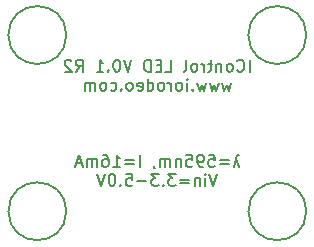
<source format=gbo>
%TF.GenerationSoftware,KiCad,Pcbnew,7.0.8-7.0.8~ubuntu22.04.1*%
%TF.CreationDate,2024-02-03T17:51:43-08:00*%
%TF.ProjectId,595nm_16mA,3539356e-6d5f-4313-966d-412e6b696361,rev?*%
%TF.SameCoordinates,Original*%
%TF.FileFunction,Legend,Bot*%
%TF.FilePolarity,Positive*%
%FSLAX46Y46*%
G04 Gerber Fmt 4.6, Leading zero omitted, Abs format (unit mm)*
G04 Created by KiCad (PCBNEW 7.0.8-7.0.8~ubuntu22.04.1) date 2024-02-03 17:51:43*
%MOMM*%
%LPD*%
G01*
G04 APERTURE LIST*
%ADD10C,0.150000*%
G04 APERTURE END LIST*
D10*
X70509524Y-55634819D02*
X70509524Y-54634819D01*
X69461906Y-55539580D02*
X69509525Y-55587200D01*
X69509525Y-55587200D02*
X69652382Y-55634819D01*
X69652382Y-55634819D02*
X69747620Y-55634819D01*
X69747620Y-55634819D02*
X69890477Y-55587200D01*
X69890477Y-55587200D02*
X69985715Y-55491961D01*
X69985715Y-55491961D02*
X70033334Y-55396723D01*
X70033334Y-55396723D02*
X70080953Y-55206247D01*
X70080953Y-55206247D02*
X70080953Y-55063390D01*
X70080953Y-55063390D02*
X70033334Y-54872914D01*
X70033334Y-54872914D02*
X69985715Y-54777676D01*
X69985715Y-54777676D02*
X69890477Y-54682438D01*
X69890477Y-54682438D02*
X69747620Y-54634819D01*
X69747620Y-54634819D02*
X69652382Y-54634819D01*
X69652382Y-54634819D02*
X69509525Y-54682438D01*
X69509525Y-54682438D02*
X69461906Y-54730057D01*
X68890477Y-55634819D02*
X68985715Y-55587200D01*
X68985715Y-55587200D02*
X69033334Y-55539580D01*
X69033334Y-55539580D02*
X69080953Y-55444342D01*
X69080953Y-55444342D02*
X69080953Y-55158628D01*
X69080953Y-55158628D02*
X69033334Y-55063390D01*
X69033334Y-55063390D02*
X68985715Y-55015771D01*
X68985715Y-55015771D02*
X68890477Y-54968152D01*
X68890477Y-54968152D02*
X68747620Y-54968152D01*
X68747620Y-54968152D02*
X68652382Y-55015771D01*
X68652382Y-55015771D02*
X68604763Y-55063390D01*
X68604763Y-55063390D02*
X68557144Y-55158628D01*
X68557144Y-55158628D02*
X68557144Y-55444342D01*
X68557144Y-55444342D02*
X68604763Y-55539580D01*
X68604763Y-55539580D02*
X68652382Y-55587200D01*
X68652382Y-55587200D02*
X68747620Y-55634819D01*
X68747620Y-55634819D02*
X68890477Y-55634819D01*
X68128572Y-54968152D02*
X68128572Y-55634819D01*
X68128572Y-55063390D02*
X68080953Y-55015771D01*
X68080953Y-55015771D02*
X67985715Y-54968152D01*
X67985715Y-54968152D02*
X67842858Y-54968152D01*
X67842858Y-54968152D02*
X67747620Y-55015771D01*
X67747620Y-55015771D02*
X67700001Y-55111009D01*
X67700001Y-55111009D02*
X67700001Y-55634819D01*
X67366667Y-54968152D02*
X66985715Y-54968152D01*
X67223810Y-54634819D02*
X67223810Y-55491961D01*
X67223810Y-55491961D02*
X67176191Y-55587200D01*
X67176191Y-55587200D02*
X67080953Y-55634819D01*
X67080953Y-55634819D02*
X66985715Y-55634819D01*
X66652381Y-55634819D02*
X66652381Y-54968152D01*
X66652381Y-55158628D02*
X66604762Y-55063390D01*
X66604762Y-55063390D02*
X66557143Y-55015771D01*
X66557143Y-55015771D02*
X66461905Y-54968152D01*
X66461905Y-54968152D02*
X66366667Y-54968152D01*
X65890476Y-55634819D02*
X65985714Y-55587200D01*
X65985714Y-55587200D02*
X66033333Y-55539580D01*
X66033333Y-55539580D02*
X66080952Y-55444342D01*
X66080952Y-55444342D02*
X66080952Y-55158628D01*
X66080952Y-55158628D02*
X66033333Y-55063390D01*
X66033333Y-55063390D02*
X65985714Y-55015771D01*
X65985714Y-55015771D02*
X65890476Y-54968152D01*
X65890476Y-54968152D02*
X65747619Y-54968152D01*
X65747619Y-54968152D02*
X65652381Y-55015771D01*
X65652381Y-55015771D02*
X65604762Y-55063390D01*
X65604762Y-55063390D02*
X65557143Y-55158628D01*
X65557143Y-55158628D02*
X65557143Y-55444342D01*
X65557143Y-55444342D02*
X65604762Y-55539580D01*
X65604762Y-55539580D02*
X65652381Y-55587200D01*
X65652381Y-55587200D02*
X65747619Y-55634819D01*
X65747619Y-55634819D02*
X65890476Y-55634819D01*
X64985714Y-55634819D02*
X65080952Y-55587200D01*
X65080952Y-55587200D02*
X65128571Y-55491961D01*
X65128571Y-55491961D02*
X65128571Y-54634819D01*
X63366666Y-55634819D02*
X63842856Y-55634819D01*
X63842856Y-55634819D02*
X63842856Y-54634819D01*
X63033332Y-55111009D02*
X62699999Y-55111009D01*
X62557142Y-55634819D02*
X63033332Y-55634819D01*
X63033332Y-55634819D02*
X63033332Y-54634819D01*
X63033332Y-54634819D02*
X62557142Y-54634819D01*
X62128570Y-55634819D02*
X62128570Y-54634819D01*
X62128570Y-54634819D02*
X61890475Y-54634819D01*
X61890475Y-54634819D02*
X61747618Y-54682438D01*
X61747618Y-54682438D02*
X61652380Y-54777676D01*
X61652380Y-54777676D02*
X61604761Y-54872914D01*
X61604761Y-54872914D02*
X61557142Y-55063390D01*
X61557142Y-55063390D02*
X61557142Y-55206247D01*
X61557142Y-55206247D02*
X61604761Y-55396723D01*
X61604761Y-55396723D02*
X61652380Y-55491961D01*
X61652380Y-55491961D02*
X61747618Y-55587200D01*
X61747618Y-55587200D02*
X61890475Y-55634819D01*
X61890475Y-55634819D02*
X62128570Y-55634819D01*
X60509522Y-54634819D02*
X60176189Y-55634819D01*
X60176189Y-55634819D02*
X59842856Y-54634819D01*
X59319046Y-54634819D02*
X59223808Y-54634819D01*
X59223808Y-54634819D02*
X59128570Y-54682438D01*
X59128570Y-54682438D02*
X59080951Y-54730057D01*
X59080951Y-54730057D02*
X59033332Y-54825295D01*
X59033332Y-54825295D02*
X58985713Y-55015771D01*
X58985713Y-55015771D02*
X58985713Y-55253866D01*
X58985713Y-55253866D02*
X59033332Y-55444342D01*
X59033332Y-55444342D02*
X59080951Y-55539580D01*
X59080951Y-55539580D02*
X59128570Y-55587200D01*
X59128570Y-55587200D02*
X59223808Y-55634819D01*
X59223808Y-55634819D02*
X59319046Y-55634819D01*
X59319046Y-55634819D02*
X59414284Y-55587200D01*
X59414284Y-55587200D02*
X59461903Y-55539580D01*
X59461903Y-55539580D02*
X59509522Y-55444342D01*
X59509522Y-55444342D02*
X59557141Y-55253866D01*
X59557141Y-55253866D02*
X59557141Y-55015771D01*
X59557141Y-55015771D02*
X59509522Y-54825295D01*
X59509522Y-54825295D02*
X59461903Y-54730057D01*
X59461903Y-54730057D02*
X59414284Y-54682438D01*
X59414284Y-54682438D02*
X59319046Y-54634819D01*
X58557141Y-55539580D02*
X58509522Y-55587200D01*
X58509522Y-55587200D02*
X58557141Y-55634819D01*
X58557141Y-55634819D02*
X58604760Y-55587200D01*
X58604760Y-55587200D02*
X58557141Y-55539580D01*
X58557141Y-55539580D02*
X58557141Y-55634819D01*
X57557142Y-55634819D02*
X58128570Y-55634819D01*
X57842856Y-55634819D02*
X57842856Y-54634819D01*
X57842856Y-54634819D02*
X57938094Y-54777676D01*
X57938094Y-54777676D02*
X58033332Y-54872914D01*
X58033332Y-54872914D02*
X58128570Y-54920533D01*
X55795237Y-55634819D02*
X56128570Y-55158628D01*
X56366665Y-55634819D02*
X56366665Y-54634819D01*
X56366665Y-54634819D02*
X55985713Y-54634819D01*
X55985713Y-54634819D02*
X55890475Y-54682438D01*
X55890475Y-54682438D02*
X55842856Y-54730057D01*
X55842856Y-54730057D02*
X55795237Y-54825295D01*
X55795237Y-54825295D02*
X55795237Y-54968152D01*
X55795237Y-54968152D02*
X55842856Y-55063390D01*
X55842856Y-55063390D02*
X55890475Y-55111009D01*
X55890475Y-55111009D02*
X55985713Y-55158628D01*
X55985713Y-55158628D02*
X56366665Y-55158628D01*
X55414284Y-54730057D02*
X55366665Y-54682438D01*
X55366665Y-54682438D02*
X55271427Y-54634819D01*
X55271427Y-54634819D02*
X55033332Y-54634819D01*
X55033332Y-54634819D02*
X54938094Y-54682438D01*
X54938094Y-54682438D02*
X54890475Y-54730057D01*
X54890475Y-54730057D02*
X54842856Y-54825295D01*
X54842856Y-54825295D02*
X54842856Y-54920533D01*
X54842856Y-54920533D02*
X54890475Y-55063390D01*
X54890475Y-55063390D02*
X55461903Y-55634819D01*
X55461903Y-55634819D02*
X54842856Y-55634819D01*
X68938094Y-56578152D02*
X68747618Y-57244819D01*
X68747618Y-57244819D02*
X68557142Y-56768628D01*
X68557142Y-56768628D02*
X68366666Y-57244819D01*
X68366666Y-57244819D02*
X68176190Y-56578152D01*
X67890475Y-56578152D02*
X67699999Y-57244819D01*
X67699999Y-57244819D02*
X67509523Y-56768628D01*
X67509523Y-56768628D02*
X67319047Y-57244819D01*
X67319047Y-57244819D02*
X67128571Y-56578152D01*
X66842856Y-56578152D02*
X66652380Y-57244819D01*
X66652380Y-57244819D02*
X66461904Y-56768628D01*
X66461904Y-56768628D02*
X66271428Y-57244819D01*
X66271428Y-57244819D02*
X66080952Y-56578152D01*
X65699999Y-57149580D02*
X65652380Y-57197200D01*
X65652380Y-57197200D02*
X65699999Y-57244819D01*
X65699999Y-57244819D02*
X65747618Y-57197200D01*
X65747618Y-57197200D02*
X65699999Y-57149580D01*
X65699999Y-57149580D02*
X65699999Y-57244819D01*
X65223809Y-57244819D02*
X65223809Y-56578152D01*
X65223809Y-56244819D02*
X65271428Y-56292438D01*
X65271428Y-56292438D02*
X65223809Y-56340057D01*
X65223809Y-56340057D02*
X65176190Y-56292438D01*
X65176190Y-56292438D02*
X65223809Y-56244819D01*
X65223809Y-56244819D02*
X65223809Y-56340057D01*
X64604762Y-57244819D02*
X64700000Y-57197200D01*
X64700000Y-57197200D02*
X64747619Y-57149580D01*
X64747619Y-57149580D02*
X64795238Y-57054342D01*
X64795238Y-57054342D02*
X64795238Y-56768628D01*
X64795238Y-56768628D02*
X64747619Y-56673390D01*
X64747619Y-56673390D02*
X64700000Y-56625771D01*
X64700000Y-56625771D02*
X64604762Y-56578152D01*
X64604762Y-56578152D02*
X64461905Y-56578152D01*
X64461905Y-56578152D02*
X64366667Y-56625771D01*
X64366667Y-56625771D02*
X64319048Y-56673390D01*
X64319048Y-56673390D02*
X64271429Y-56768628D01*
X64271429Y-56768628D02*
X64271429Y-57054342D01*
X64271429Y-57054342D02*
X64319048Y-57149580D01*
X64319048Y-57149580D02*
X64366667Y-57197200D01*
X64366667Y-57197200D02*
X64461905Y-57244819D01*
X64461905Y-57244819D02*
X64604762Y-57244819D01*
X63842857Y-57244819D02*
X63842857Y-56578152D01*
X63842857Y-56768628D02*
X63795238Y-56673390D01*
X63795238Y-56673390D02*
X63747619Y-56625771D01*
X63747619Y-56625771D02*
X63652381Y-56578152D01*
X63652381Y-56578152D02*
X63557143Y-56578152D01*
X63080952Y-57244819D02*
X63176190Y-57197200D01*
X63176190Y-57197200D02*
X63223809Y-57149580D01*
X63223809Y-57149580D02*
X63271428Y-57054342D01*
X63271428Y-57054342D02*
X63271428Y-56768628D01*
X63271428Y-56768628D02*
X63223809Y-56673390D01*
X63223809Y-56673390D02*
X63176190Y-56625771D01*
X63176190Y-56625771D02*
X63080952Y-56578152D01*
X63080952Y-56578152D02*
X62938095Y-56578152D01*
X62938095Y-56578152D02*
X62842857Y-56625771D01*
X62842857Y-56625771D02*
X62795238Y-56673390D01*
X62795238Y-56673390D02*
X62747619Y-56768628D01*
X62747619Y-56768628D02*
X62747619Y-57054342D01*
X62747619Y-57054342D02*
X62795238Y-57149580D01*
X62795238Y-57149580D02*
X62842857Y-57197200D01*
X62842857Y-57197200D02*
X62938095Y-57244819D01*
X62938095Y-57244819D02*
X63080952Y-57244819D01*
X61890476Y-57244819D02*
X61890476Y-56244819D01*
X61890476Y-57197200D02*
X61985714Y-57244819D01*
X61985714Y-57244819D02*
X62176190Y-57244819D01*
X62176190Y-57244819D02*
X62271428Y-57197200D01*
X62271428Y-57197200D02*
X62319047Y-57149580D01*
X62319047Y-57149580D02*
X62366666Y-57054342D01*
X62366666Y-57054342D02*
X62366666Y-56768628D01*
X62366666Y-56768628D02*
X62319047Y-56673390D01*
X62319047Y-56673390D02*
X62271428Y-56625771D01*
X62271428Y-56625771D02*
X62176190Y-56578152D01*
X62176190Y-56578152D02*
X61985714Y-56578152D01*
X61985714Y-56578152D02*
X61890476Y-56625771D01*
X61033333Y-57197200D02*
X61128571Y-57244819D01*
X61128571Y-57244819D02*
X61319047Y-57244819D01*
X61319047Y-57244819D02*
X61414285Y-57197200D01*
X61414285Y-57197200D02*
X61461904Y-57101961D01*
X61461904Y-57101961D02*
X61461904Y-56721009D01*
X61461904Y-56721009D02*
X61414285Y-56625771D01*
X61414285Y-56625771D02*
X61319047Y-56578152D01*
X61319047Y-56578152D02*
X61128571Y-56578152D01*
X61128571Y-56578152D02*
X61033333Y-56625771D01*
X61033333Y-56625771D02*
X60985714Y-56721009D01*
X60985714Y-56721009D02*
X60985714Y-56816247D01*
X60985714Y-56816247D02*
X61461904Y-56911485D01*
X60414285Y-57244819D02*
X60509523Y-57197200D01*
X60509523Y-57197200D02*
X60557142Y-57149580D01*
X60557142Y-57149580D02*
X60604761Y-57054342D01*
X60604761Y-57054342D02*
X60604761Y-56768628D01*
X60604761Y-56768628D02*
X60557142Y-56673390D01*
X60557142Y-56673390D02*
X60509523Y-56625771D01*
X60509523Y-56625771D02*
X60414285Y-56578152D01*
X60414285Y-56578152D02*
X60271428Y-56578152D01*
X60271428Y-56578152D02*
X60176190Y-56625771D01*
X60176190Y-56625771D02*
X60128571Y-56673390D01*
X60128571Y-56673390D02*
X60080952Y-56768628D01*
X60080952Y-56768628D02*
X60080952Y-57054342D01*
X60080952Y-57054342D02*
X60128571Y-57149580D01*
X60128571Y-57149580D02*
X60176190Y-57197200D01*
X60176190Y-57197200D02*
X60271428Y-57244819D01*
X60271428Y-57244819D02*
X60414285Y-57244819D01*
X59652380Y-57149580D02*
X59604761Y-57197200D01*
X59604761Y-57197200D02*
X59652380Y-57244819D01*
X59652380Y-57244819D02*
X59699999Y-57197200D01*
X59699999Y-57197200D02*
X59652380Y-57149580D01*
X59652380Y-57149580D02*
X59652380Y-57244819D01*
X58747619Y-57197200D02*
X58842857Y-57244819D01*
X58842857Y-57244819D02*
X59033333Y-57244819D01*
X59033333Y-57244819D02*
X59128571Y-57197200D01*
X59128571Y-57197200D02*
X59176190Y-57149580D01*
X59176190Y-57149580D02*
X59223809Y-57054342D01*
X59223809Y-57054342D02*
X59223809Y-56768628D01*
X59223809Y-56768628D02*
X59176190Y-56673390D01*
X59176190Y-56673390D02*
X59128571Y-56625771D01*
X59128571Y-56625771D02*
X59033333Y-56578152D01*
X59033333Y-56578152D02*
X58842857Y-56578152D01*
X58842857Y-56578152D02*
X58747619Y-56625771D01*
X58176190Y-57244819D02*
X58271428Y-57197200D01*
X58271428Y-57197200D02*
X58319047Y-57149580D01*
X58319047Y-57149580D02*
X58366666Y-57054342D01*
X58366666Y-57054342D02*
X58366666Y-56768628D01*
X58366666Y-56768628D02*
X58319047Y-56673390D01*
X58319047Y-56673390D02*
X58271428Y-56625771D01*
X58271428Y-56625771D02*
X58176190Y-56578152D01*
X58176190Y-56578152D02*
X58033333Y-56578152D01*
X58033333Y-56578152D02*
X57938095Y-56625771D01*
X57938095Y-56625771D02*
X57890476Y-56673390D01*
X57890476Y-56673390D02*
X57842857Y-56768628D01*
X57842857Y-56768628D02*
X57842857Y-57054342D01*
X57842857Y-57054342D02*
X57890476Y-57149580D01*
X57890476Y-57149580D02*
X57938095Y-57197200D01*
X57938095Y-57197200D02*
X58033333Y-57244819D01*
X58033333Y-57244819D02*
X58176190Y-57244819D01*
X57414285Y-57244819D02*
X57414285Y-56578152D01*
X57414285Y-56673390D02*
X57366666Y-56625771D01*
X57366666Y-56625771D02*
X57271428Y-56578152D01*
X57271428Y-56578152D02*
X57128571Y-56578152D01*
X57128571Y-56578152D02*
X57033333Y-56625771D01*
X57033333Y-56625771D02*
X56985714Y-56721009D01*
X56985714Y-56721009D02*
X56985714Y-57244819D01*
X56985714Y-56721009D02*
X56938095Y-56625771D01*
X56938095Y-56625771D02*
X56842857Y-56578152D01*
X56842857Y-56578152D02*
X56700000Y-56578152D01*
X56700000Y-56578152D02*
X56604761Y-56625771D01*
X56604761Y-56625771D02*
X56557142Y-56721009D01*
X56557142Y-56721009D02*
X56557142Y-57244819D01*
X69390475Y-63018152D02*
X69628570Y-63684819D01*
X69628570Y-62684819D02*
X69533332Y-62684819D01*
X69533332Y-62684819D02*
X69485713Y-62732438D01*
X69485713Y-62732438D02*
X69390475Y-63018152D01*
X69390475Y-63018152D02*
X69152380Y-63684819D01*
X68771427Y-63161009D02*
X68009523Y-63161009D01*
X68009523Y-63446723D02*
X68771427Y-63446723D01*
X67057142Y-62684819D02*
X67533332Y-62684819D01*
X67533332Y-62684819D02*
X67580951Y-63161009D01*
X67580951Y-63161009D02*
X67533332Y-63113390D01*
X67533332Y-63113390D02*
X67438094Y-63065771D01*
X67438094Y-63065771D02*
X67199999Y-63065771D01*
X67199999Y-63065771D02*
X67104761Y-63113390D01*
X67104761Y-63113390D02*
X67057142Y-63161009D01*
X67057142Y-63161009D02*
X67009523Y-63256247D01*
X67009523Y-63256247D02*
X67009523Y-63494342D01*
X67009523Y-63494342D02*
X67057142Y-63589580D01*
X67057142Y-63589580D02*
X67104761Y-63637200D01*
X67104761Y-63637200D02*
X67199999Y-63684819D01*
X67199999Y-63684819D02*
X67438094Y-63684819D01*
X67438094Y-63684819D02*
X67533332Y-63637200D01*
X67533332Y-63637200D02*
X67580951Y-63589580D01*
X66533332Y-63684819D02*
X66342856Y-63684819D01*
X66342856Y-63684819D02*
X66247618Y-63637200D01*
X66247618Y-63637200D02*
X66199999Y-63589580D01*
X66199999Y-63589580D02*
X66104761Y-63446723D01*
X66104761Y-63446723D02*
X66057142Y-63256247D01*
X66057142Y-63256247D02*
X66057142Y-62875295D01*
X66057142Y-62875295D02*
X66104761Y-62780057D01*
X66104761Y-62780057D02*
X66152380Y-62732438D01*
X66152380Y-62732438D02*
X66247618Y-62684819D01*
X66247618Y-62684819D02*
X66438094Y-62684819D01*
X66438094Y-62684819D02*
X66533332Y-62732438D01*
X66533332Y-62732438D02*
X66580951Y-62780057D01*
X66580951Y-62780057D02*
X66628570Y-62875295D01*
X66628570Y-62875295D02*
X66628570Y-63113390D01*
X66628570Y-63113390D02*
X66580951Y-63208628D01*
X66580951Y-63208628D02*
X66533332Y-63256247D01*
X66533332Y-63256247D02*
X66438094Y-63303866D01*
X66438094Y-63303866D02*
X66247618Y-63303866D01*
X66247618Y-63303866D02*
X66152380Y-63256247D01*
X66152380Y-63256247D02*
X66104761Y-63208628D01*
X66104761Y-63208628D02*
X66057142Y-63113390D01*
X65152380Y-62684819D02*
X65628570Y-62684819D01*
X65628570Y-62684819D02*
X65676189Y-63161009D01*
X65676189Y-63161009D02*
X65628570Y-63113390D01*
X65628570Y-63113390D02*
X65533332Y-63065771D01*
X65533332Y-63065771D02*
X65295237Y-63065771D01*
X65295237Y-63065771D02*
X65199999Y-63113390D01*
X65199999Y-63113390D02*
X65152380Y-63161009D01*
X65152380Y-63161009D02*
X65104761Y-63256247D01*
X65104761Y-63256247D02*
X65104761Y-63494342D01*
X65104761Y-63494342D02*
X65152380Y-63589580D01*
X65152380Y-63589580D02*
X65199999Y-63637200D01*
X65199999Y-63637200D02*
X65295237Y-63684819D01*
X65295237Y-63684819D02*
X65533332Y-63684819D01*
X65533332Y-63684819D02*
X65628570Y-63637200D01*
X65628570Y-63637200D02*
X65676189Y-63589580D01*
X64676189Y-63018152D02*
X64676189Y-63684819D01*
X64676189Y-63113390D02*
X64628570Y-63065771D01*
X64628570Y-63065771D02*
X64533332Y-63018152D01*
X64533332Y-63018152D02*
X64390475Y-63018152D01*
X64390475Y-63018152D02*
X64295237Y-63065771D01*
X64295237Y-63065771D02*
X64247618Y-63161009D01*
X64247618Y-63161009D02*
X64247618Y-63684819D01*
X63771427Y-63684819D02*
X63771427Y-63018152D01*
X63771427Y-63113390D02*
X63723808Y-63065771D01*
X63723808Y-63065771D02*
X63628570Y-63018152D01*
X63628570Y-63018152D02*
X63485713Y-63018152D01*
X63485713Y-63018152D02*
X63390475Y-63065771D01*
X63390475Y-63065771D02*
X63342856Y-63161009D01*
X63342856Y-63161009D02*
X63342856Y-63684819D01*
X63342856Y-63161009D02*
X63295237Y-63065771D01*
X63295237Y-63065771D02*
X63199999Y-63018152D01*
X63199999Y-63018152D02*
X63057142Y-63018152D01*
X63057142Y-63018152D02*
X62961903Y-63065771D01*
X62961903Y-63065771D02*
X62914284Y-63161009D01*
X62914284Y-63161009D02*
X62914284Y-63684819D01*
X62390475Y-63637200D02*
X62390475Y-63684819D01*
X62390475Y-63684819D02*
X62438094Y-63780057D01*
X62438094Y-63780057D02*
X62485713Y-63827676D01*
X61199999Y-63684819D02*
X61199999Y-62684819D01*
X60723809Y-63161009D02*
X59961905Y-63161009D01*
X59961905Y-63446723D02*
X60723809Y-63446723D01*
X58961905Y-63684819D02*
X59533333Y-63684819D01*
X59247619Y-63684819D02*
X59247619Y-62684819D01*
X59247619Y-62684819D02*
X59342857Y-62827676D01*
X59342857Y-62827676D02*
X59438095Y-62922914D01*
X59438095Y-62922914D02*
X59533333Y-62970533D01*
X58104762Y-62684819D02*
X58295238Y-62684819D01*
X58295238Y-62684819D02*
X58390476Y-62732438D01*
X58390476Y-62732438D02*
X58438095Y-62780057D01*
X58438095Y-62780057D02*
X58533333Y-62922914D01*
X58533333Y-62922914D02*
X58580952Y-63113390D01*
X58580952Y-63113390D02*
X58580952Y-63494342D01*
X58580952Y-63494342D02*
X58533333Y-63589580D01*
X58533333Y-63589580D02*
X58485714Y-63637200D01*
X58485714Y-63637200D02*
X58390476Y-63684819D01*
X58390476Y-63684819D02*
X58200000Y-63684819D01*
X58200000Y-63684819D02*
X58104762Y-63637200D01*
X58104762Y-63637200D02*
X58057143Y-63589580D01*
X58057143Y-63589580D02*
X58009524Y-63494342D01*
X58009524Y-63494342D02*
X58009524Y-63256247D01*
X58009524Y-63256247D02*
X58057143Y-63161009D01*
X58057143Y-63161009D02*
X58104762Y-63113390D01*
X58104762Y-63113390D02*
X58200000Y-63065771D01*
X58200000Y-63065771D02*
X58390476Y-63065771D01*
X58390476Y-63065771D02*
X58485714Y-63113390D01*
X58485714Y-63113390D02*
X58533333Y-63161009D01*
X58533333Y-63161009D02*
X58580952Y-63256247D01*
X57580952Y-63684819D02*
X57580952Y-63018152D01*
X57580952Y-63113390D02*
X57533333Y-63065771D01*
X57533333Y-63065771D02*
X57438095Y-63018152D01*
X57438095Y-63018152D02*
X57295238Y-63018152D01*
X57295238Y-63018152D02*
X57200000Y-63065771D01*
X57200000Y-63065771D02*
X57152381Y-63161009D01*
X57152381Y-63161009D02*
X57152381Y-63684819D01*
X57152381Y-63161009D02*
X57104762Y-63065771D01*
X57104762Y-63065771D02*
X57009524Y-63018152D01*
X57009524Y-63018152D02*
X56866667Y-63018152D01*
X56866667Y-63018152D02*
X56771428Y-63065771D01*
X56771428Y-63065771D02*
X56723809Y-63161009D01*
X56723809Y-63161009D02*
X56723809Y-63684819D01*
X56295238Y-63399104D02*
X55819048Y-63399104D01*
X56390476Y-63684819D02*
X56057143Y-62684819D01*
X56057143Y-62684819D02*
X55723810Y-63684819D01*
X67771427Y-64294819D02*
X67438094Y-65294819D01*
X67438094Y-65294819D02*
X67104761Y-64294819D01*
X66771427Y-65294819D02*
X66771427Y-64628152D01*
X66771427Y-64294819D02*
X66819046Y-64342438D01*
X66819046Y-64342438D02*
X66771427Y-64390057D01*
X66771427Y-64390057D02*
X66723808Y-64342438D01*
X66723808Y-64342438D02*
X66771427Y-64294819D01*
X66771427Y-64294819D02*
X66771427Y-64390057D01*
X66295237Y-64628152D02*
X66295237Y-65294819D01*
X66295237Y-64723390D02*
X66247618Y-64675771D01*
X66247618Y-64675771D02*
X66152380Y-64628152D01*
X66152380Y-64628152D02*
X66009523Y-64628152D01*
X66009523Y-64628152D02*
X65914285Y-64675771D01*
X65914285Y-64675771D02*
X65866666Y-64771009D01*
X65866666Y-64771009D02*
X65866666Y-65294819D01*
X65390475Y-64771009D02*
X64628571Y-64771009D01*
X64628571Y-65056723D02*
X65390475Y-65056723D01*
X64247618Y-64294819D02*
X63628571Y-64294819D01*
X63628571Y-64294819D02*
X63961904Y-64675771D01*
X63961904Y-64675771D02*
X63819047Y-64675771D01*
X63819047Y-64675771D02*
X63723809Y-64723390D01*
X63723809Y-64723390D02*
X63676190Y-64771009D01*
X63676190Y-64771009D02*
X63628571Y-64866247D01*
X63628571Y-64866247D02*
X63628571Y-65104342D01*
X63628571Y-65104342D02*
X63676190Y-65199580D01*
X63676190Y-65199580D02*
X63723809Y-65247200D01*
X63723809Y-65247200D02*
X63819047Y-65294819D01*
X63819047Y-65294819D02*
X64104761Y-65294819D01*
X64104761Y-65294819D02*
X64199999Y-65247200D01*
X64199999Y-65247200D02*
X64247618Y-65199580D01*
X63199999Y-65199580D02*
X63152380Y-65247200D01*
X63152380Y-65247200D02*
X63199999Y-65294819D01*
X63199999Y-65294819D02*
X63247618Y-65247200D01*
X63247618Y-65247200D02*
X63199999Y-65199580D01*
X63199999Y-65199580D02*
X63199999Y-65294819D01*
X62819047Y-64294819D02*
X62200000Y-64294819D01*
X62200000Y-64294819D02*
X62533333Y-64675771D01*
X62533333Y-64675771D02*
X62390476Y-64675771D01*
X62390476Y-64675771D02*
X62295238Y-64723390D01*
X62295238Y-64723390D02*
X62247619Y-64771009D01*
X62247619Y-64771009D02*
X62200000Y-64866247D01*
X62200000Y-64866247D02*
X62200000Y-65104342D01*
X62200000Y-65104342D02*
X62247619Y-65199580D01*
X62247619Y-65199580D02*
X62295238Y-65247200D01*
X62295238Y-65247200D02*
X62390476Y-65294819D01*
X62390476Y-65294819D02*
X62676190Y-65294819D01*
X62676190Y-65294819D02*
X62771428Y-65247200D01*
X62771428Y-65247200D02*
X62819047Y-65199580D01*
X61771428Y-64913866D02*
X61009524Y-64913866D01*
X60057143Y-64294819D02*
X60533333Y-64294819D01*
X60533333Y-64294819D02*
X60580952Y-64771009D01*
X60580952Y-64771009D02*
X60533333Y-64723390D01*
X60533333Y-64723390D02*
X60438095Y-64675771D01*
X60438095Y-64675771D02*
X60200000Y-64675771D01*
X60200000Y-64675771D02*
X60104762Y-64723390D01*
X60104762Y-64723390D02*
X60057143Y-64771009D01*
X60057143Y-64771009D02*
X60009524Y-64866247D01*
X60009524Y-64866247D02*
X60009524Y-65104342D01*
X60009524Y-65104342D02*
X60057143Y-65199580D01*
X60057143Y-65199580D02*
X60104762Y-65247200D01*
X60104762Y-65247200D02*
X60200000Y-65294819D01*
X60200000Y-65294819D02*
X60438095Y-65294819D01*
X60438095Y-65294819D02*
X60533333Y-65247200D01*
X60533333Y-65247200D02*
X60580952Y-65199580D01*
X59580952Y-65199580D02*
X59533333Y-65247200D01*
X59533333Y-65247200D02*
X59580952Y-65294819D01*
X59580952Y-65294819D02*
X59628571Y-65247200D01*
X59628571Y-65247200D02*
X59580952Y-65199580D01*
X59580952Y-65199580D02*
X59580952Y-65294819D01*
X58914286Y-64294819D02*
X58819048Y-64294819D01*
X58819048Y-64294819D02*
X58723810Y-64342438D01*
X58723810Y-64342438D02*
X58676191Y-64390057D01*
X58676191Y-64390057D02*
X58628572Y-64485295D01*
X58628572Y-64485295D02*
X58580953Y-64675771D01*
X58580953Y-64675771D02*
X58580953Y-64913866D01*
X58580953Y-64913866D02*
X58628572Y-65104342D01*
X58628572Y-65104342D02*
X58676191Y-65199580D01*
X58676191Y-65199580D02*
X58723810Y-65247200D01*
X58723810Y-65247200D02*
X58819048Y-65294819D01*
X58819048Y-65294819D02*
X58914286Y-65294819D01*
X58914286Y-65294819D02*
X59009524Y-65247200D01*
X59009524Y-65247200D02*
X59057143Y-65199580D01*
X59057143Y-65199580D02*
X59104762Y-65104342D01*
X59104762Y-65104342D02*
X59152381Y-64913866D01*
X59152381Y-64913866D02*
X59152381Y-64675771D01*
X59152381Y-64675771D02*
X59104762Y-64485295D01*
X59104762Y-64485295D02*
X59057143Y-64390057D01*
X59057143Y-64390057D02*
X59009524Y-64342438D01*
X59009524Y-64342438D02*
X58914286Y-64294819D01*
X58295238Y-64294819D02*
X57961905Y-65294819D01*
X57961905Y-65294819D02*
X57628572Y-64294819D01*
%TO.C,M1*%
X54990000Y-52540000D02*
G75*
G03*
X54990000Y-52540000I-2450000J0D01*
G01*
%TO.C,M2*%
X75310000Y-52540000D02*
G75*
G03*
X75310000Y-52540000I-2450000J0D01*
G01*
%TO.C,M3*%
X75310000Y-67460000D02*
G75*
G03*
X75310000Y-67460000I-2450000J0D01*
G01*
%TO.C,M4*%
X54990000Y-67460000D02*
G75*
G03*
X54990000Y-67460000I-2450000J0D01*
G01*
%TD*%
M02*

</source>
